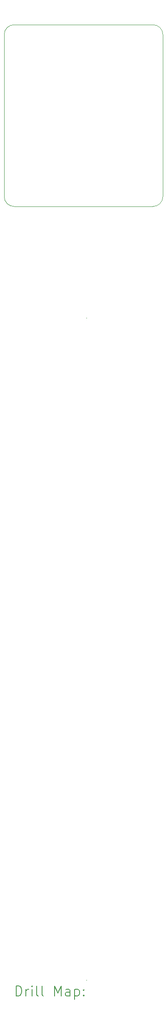
<source format=gbr>
%TF.GenerationSoftware,KiCad,Pcbnew,7.0.1*%
%TF.CreationDate,2023-03-23T13:52:36-07:00*%
%TF.ProjectId,mcu daughterboard,6d637520-6461-4756-9768-746572626f61,rev?*%
%TF.SameCoordinates,Original*%
%TF.FileFunction,Drillmap*%
%TF.FilePolarity,Positive*%
%FSLAX45Y45*%
G04 Gerber Fmt 4.5, Leading zero omitted, Abs format (unit mm)*
G04 Created by KiCad (PCBNEW 7.0.1) date 2023-03-23 13:52:36*
%MOMM*%
%LPD*%
G01*
G04 APERTURE LIST*
%ADD10C,0.100000*%
%ADD11C,0.200000*%
G04 APERTURE END LIST*
D10*
X12338860Y-11895370D02*
G75*
G03*
X12538856Y-12095370I200000J0D01*
G01*
X12538856Y-8421366D02*
G75*
G03*
X12338856Y-8621370I4J-200004D01*
G01*
X12338856Y-11895370D02*
X12338856Y-8621370D01*
X15363856Y-12095366D02*
G75*
G03*
X15563856Y-11895370I4J199996D01*
G01*
X15363856Y-12095370D02*
X12538856Y-12095370D01*
X15563860Y-8621370D02*
G75*
G03*
X15363856Y-8421370I-200000J0D01*
G01*
X12538856Y-8421370D02*
X15363856Y-8421370D01*
X15563856Y-8621370D02*
X15563856Y-11895370D01*
D11*
X14013250Y-14348250D02*
G75*
G03*
X14013250Y-14348250I0J0D01*
G01*
X14013250Y-27730750D02*
G75*
G03*
X14013250Y-27730750I0J0D01*
G01*
X12581475Y-28053274D02*
X12581475Y-27853274D01*
X12581475Y-27853274D02*
X12629094Y-27853274D01*
X12629094Y-27853274D02*
X12657665Y-27862798D01*
X12657665Y-27862798D02*
X12676713Y-27881845D01*
X12676713Y-27881845D02*
X12686237Y-27900893D01*
X12686237Y-27900893D02*
X12695760Y-27938988D01*
X12695760Y-27938988D02*
X12695760Y-27967560D01*
X12695760Y-27967560D02*
X12686237Y-28005655D01*
X12686237Y-28005655D02*
X12676713Y-28024702D01*
X12676713Y-28024702D02*
X12657665Y-28043750D01*
X12657665Y-28043750D02*
X12629094Y-28053274D01*
X12629094Y-28053274D02*
X12581475Y-28053274D01*
X12781475Y-28053274D02*
X12781475Y-27919940D01*
X12781475Y-27958036D02*
X12790999Y-27938988D01*
X12790999Y-27938988D02*
X12800522Y-27929464D01*
X12800522Y-27929464D02*
X12819570Y-27919940D01*
X12819570Y-27919940D02*
X12838618Y-27919940D01*
X12905284Y-28053274D02*
X12905284Y-27919940D01*
X12905284Y-27853274D02*
X12895760Y-27862798D01*
X12895760Y-27862798D02*
X12905284Y-27872321D01*
X12905284Y-27872321D02*
X12914808Y-27862798D01*
X12914808Y-27862798D02*
X12905284Y-27853274D01*
X12905284Y-27853274D02*
X12905284Y-27872321D01*
X13029094Y-28053274D02*
X13010046Y-28043750D01*
X13010046Y-28043750D02*
X13000522Y-28024702D01*
X13000522Y-28024702D02*
X13000522Y-27853274D01*
X13133856Y-28053274D02*
X13114808Y-28043750D01*
X13114808Y-28043750D02*
X13105284Y-28024702D01*
X13105284Y-28024702D02*
X13105284Y-27853274D01*
X13362427Y-28053274D02*
X13362427Y-27853274D01*
X13362427Y-27853274D02*
X13429094Y-27996131D01*
X13429094Y-27996131D02*
X13495760Y-27853274D01*
X13495760Y-27853274D02*
X13495760Y-28053274D01*
X13676713Y-28053274D02*
X13676713Y-27948512D01*
X13676713Y-27948512D02*
X13667189Y-27929464D01*
X13667189Y-27929464D02*
X13648141Y-27919940D01*
X13648141Y-27919940D02*
X13610046Y-27919940D01*
X13610046Y-27919940D02*
X13590999Y-27929464D01*
X13676713Y-28043750D02*
X13657665Y-28053274D01*
X13657665Y-28053274D02*
X13610046Y-28053274D01*
X13610046Y-28053274D02*
X13590999Y-28043750D01*
X13590999Y-28043750D02*
X13581475Y-28024702D01*
X13581475Y-28024702D02*
X13581475Y-28005655D01*
X13581475Y-28005655D02*
X13590999Y-27986607D01*
X13590999Y-27986607D02*
X13610046Y-27977083D01*
X13610046Y-27977083D02*
X13657665Y-27977083D01*
X13657665Y-27977083D02*
X13676713Y-27967560D01*
X13771951Y-27919940D02*
X13771951Y-28119940D01*
X13771951Y-27929464D02*
X13790999Y-27919940D01*
X13790999Y-27919940D02*
X13829094Y-27919940D01*
X13829094Y-27919940D02*
X13848141Y-27929464D01*
X13848141Y-27929464D02*
X13857665Y-27938988D01*
X13857665Y-27938988D02*
X13867189Y-27958036D01*
X13867189Y-27958036D02*
X13867189Y-28015179D01*
X13867189Y-28015179D02*
X13857665Y-28034226D01*
X13857665Y-28034226D02*
X13848141Y-28043750D01*
X13848141Y-28043750D02*
X13829094Y-28053274D01*
X13829094Y-28053274D02*
X13790999Y-28053274D01*
X13790999Y-28053274D02*
X13771951Y-28043750D01*
X13952903Y-28034226D02*
X13962427Y-28043750D01*
X13962427Y-28043750D02*
X13952903Y-28053274D01*
X13952903Y-28053274D02*
X13943380Y-28043750D01*
X13943380Y-28043750D02*
X13952903Y-28034226D01*
X13952903Y-28034226D02*
X13952903Y-28053274D01*
X13952903Y-27929464D02*
X13962427Y-27938988D01*
X13962427Y-27938988D02*
X13952903Y-27948512D01*
X13952903Y-27948512D02*
X13943380Y-27938988D01*
X13943380Y-27938988D02*
X13952903Y-27929464D01*
X13952903Y-27929464D02*
X13952903Y-27948512D01*
M02*

</source>
